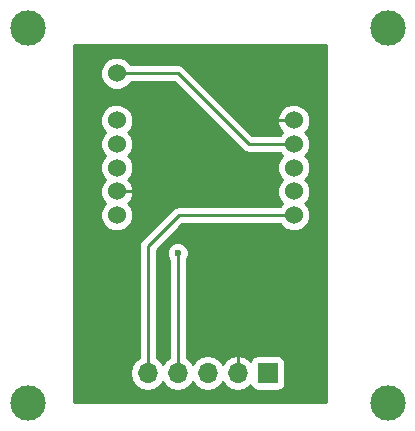
<source format=gbr>
G04 #@! TF.FileFunction,Copper,L1,Top,Signal*
%FSLAX46Y46*%
G04 Gerber Fmt 4.6, Leading zero omitted, Abs format (unit mm)*
G04 Created by KiCad (PCBNEW 4.0.6-e0-6349~53~ubuntu16.04.1) date Wed Mar  1 16:08:09 2017*
%MOMM*%
%LPD*%
G01*
G04 APERTURE LIST*
%ADD10C,0.100000*%
%ADD11C,1.524000*%
%ADD12C,3.000000*%
%ADD13R,1.700000X1.700000*%
%ADD14O,1.700000X1.700000*%
%ADD15C,0.600000*%
%ADD16C,0.250000*%
%ADD17C,0.254000*%
G04 APERTURE END LIST*
D10*
D11*
X202880000Y-117050000D03*
X202880000Y-119050000D03*
X202880000Y-121050000D03*
X202880000Y-123050000D03*
X202880000Y-125050000D03*
X187880000Y-117050000D03*
X187880000Y-119050000D03*
X187880000Y-121050000D03*
X187880000Y-123050000D03*
X187880000Y-125050000D03*
X187880000Y-113050000D03*
D12*
X180340000Y-109220000D03*
X210820000Y-109220000D03*
X180340000Y-140970000D03*
X210820000Y-140970000D03*
D13*
X200660000Y-138430000D03*
D14*
X198120000Y-138430000D03*
X195580000Y-138430000D03*
X193040000Y-138430000D03*
X190500000Y-138430000D03*
D15*
X193040000Y-128270000D03*
D16*
X187880000Y-113050000D02*
X193060000Y-113050000D01*
X199060000Y-119050000D02*
X202880000Y-119050000D01*
X193060000Y-113050000D02*
X199060000Y-119050000D01*
X187880000Y-123050000D02*
X189480000Y-123050000D01*
X202880000Y-117050000D02*
X201300000Y-117050000D01*
X201300000Y-117050000D02*
X201290000Y-117040000D01*
X198120000Y-138430000D02*
X198120000Y-136380000D01*
X198120000Y-136380000D02*
X198090000Y-136350000D01*
X193040000Y-138430000D02*
X193040000Y-128270000D01*
X193130000Y-125050000D02*
X202880000Y-125050000D01*
X190500000Y-127680000D02*
X193130000Y-125050000D01*
X190500000Y-138430000D02*
X190500000Y-127680000D01*
D17*
G36*
X205613000Y-140843000D02*
X184277000Y-140843000D01*
X184277000Y-117326661D01*
X186482758Y-117326661D01*
X186694990Y-117840303D01*
X186904342Y-118050021D01*
X186696371Y-118257630D01*
X186483243Y-118770900D01*
X186482758Y-119326661D01*
X186694990Y-119840303D01*
X186904342Y-120050021D01*
X186696371Y-120257630D01*
X186483243Y-120770900D01*
X186482758Y-121326661D01*
X186694990Y-121840303D01*
X186904342Y-122050021D01*
X186696371Y-122257630D01*
X186483243Y-122770900D01*
X186482758Y-123326661D01*
X186694990Y-123840303D01*
X186904342Y-124050021D01*
X186696371Y-124257630D01*
X186483243Y-124770900D01*
X186482758Y-125326661D01*
X186694990Y-125840303D01*
X187087630Y-126233629D01*
X187600900Y-126446757D01*
X188156661Y-126447242D01*
X188670303Y-126235010D01*
X189063629Y-125842370D01*
X189276757Y-125329100D01*
X189277242Y-124773339D01*
X189065010Y-124259697D01*
X188855658Y-124049979D01*
X189063629Y-123842370D01*
X189276757Y-123329100D01*
X189277242Y-122773339D01*
X189065010Y-122259697D01*
X188855658Y-122049979D01*
X189063629Y-121842370D01*
X189276757Y-121329100D01*
X189277242Y-120773339D01*
X189065010Y-120259697D01*
X188855658Y-120049979D01*
X189063629Y-119842370D01*
X189276757Y-119329100D01*
X189277242Y-118773339D01*
X189065010Y-118259697D01*
X188855658Y-118049979D01*
X189063629Y-117842370D01*
X189276757Y-117329100D01*
X189277242Y-116773339D01*
X189065010Y-116259697D01*
X188672370Y-115866371D01*
X188159100Y-115653243D01*
X187603339Y-115652758D01*
X187089697Y-115864990D01*
X186696371Y-116257630D01*
X186483243Y-116770900D01*
X186482758Y-117326661D01*
X184277000Y-117326661D01*
X184277000Y-113326661D01*
X186482758Y-113326661D01*
X186694990Y-113840303D01*
X187087630Y-114233629D01*
X187600900Y-114446757D01*
X188156661Y-114447242D01*
X188670303Y-114235010D01*
X189063629Y-113842370D01*
X189077070Y-113810000D01*
X192745198Y-113810000D01*
X198522599Y-119587401D01*
X198769160Y-119752148D01*
X199060000Y-119810000D01*
X201682469Y-119810000D01*
X201694990Y-119840303D01*
X201904342Y-120050021D01*
X201696371Y-120257630D01*
X201483243Y-120770900D01*
X201482758Y-121326661D01*
X201694990Y-121840303D01*
X201904342Y-122050021D01*
X201696371Y-122257630D01*
X201483243Y-122770900D01*
X201482758Y-123326661D01*
X201694990Y-123840303D01*
X201904342Y-124050021D01*
X201696371Y-124257630D01*
X201682930Y-124290000D01*
X193130000Y-124290000D01*
X192839161Y-124347852D01*
X192592599Y-124512599D01*
X189962599Y-127142599D01*
X189797852Y-127389161D01*
X189740000Y-127680000D01*
X189740000Y-137157046D01*
X189449946Y-137350853D01*
X189128039Y-137832622D01*
X189015000Y-138400907D01*
X189015000Y-138459093D01*
X189128039Y-139027378D01*
X189449946Y-139509147D01*
X189931715Y-139831054D01*
X190500000Y-139944093D01*
X191068285Y-139831054D01*
X191550054Y-139509147D01*
X191770000Y-139179974D01*
X191989946Y-139509147D01*
X192471715Y-139831054D01*
X193040000Y-139944093D01*
X193608285Y-139831054D01*
X194090054Y-139509147D01*
X194310000Y-139179974D01*
X194529946Y-139509147D01*
X195011715Y-139831054D01*
X195580000Y-139944093D01*
X196148285Y-139831054D01*
X196630054Y-139509147D01*
X196850000Y-139179974D01*
X197069946Y-139509147D01*
X197551715Y-139831054D01*
X198120000Y-139944093D01*
X198688285Y-139831054D01*
X199170054Y-139509147D01*
X199197850Y-139467548D01*
X199206838Y-139515317D01*
X199345910Y-139731441D01*
X199558110Y-139876431D01*
X199810000Y-139927440D01*
X201510000Y-139927440D01*
X201745317Y-139883162D01*
X201961441Y-139744090D01*
X202106431Y-139531890D01*
X202157440Y-139280000D01*
X202157440Y-137580000D01*
X202113162Y-137344683D01*
X201974090Y-137128559D01*
X201761890Y-136983569D01*
X201510000Y-136932560D01*
X199810000Y-136932560D01*
X199574683Y-136976838D01*
X199358559Y-137115910D01*
X199213569Y-137328110D01*
X199199914Y-137395541D01*
X199170054Y-137350853D01*
X198688285Y-137028946D01*
X198120000Y-136915907D01*
X197551715Y-137028946D01*
X197069946Y-137350853D01*
X196850000Y-137680026D01*
X196630054Y-137350853D01*
X196148285Y-137028946D01*
X195580000Y-136915907D01*
X195011715Y-137028946D01*
X194529946Y-137350853D01*
X194310000Y-137680026D01*
X194090054Y-137350853D01*
X193800000Y-137157046D01*
X193800000Y-128832463D01*
X193832192Y-128800327D01*
X193974838Y-128456799D01*
X193975162Y-128084833D01*
X193833117Y-127741057D01*
X193570327Y-127477808D01*
X193226799Y-127335162D01*
X192854833Y-127334838D01*
X192511057Y-127476883D01*
X192247808Y-127739673D01*
X192105162Y-128083201D01*
X192104838Y-128455167D01*
X192246883Y-128798943D01*
X192280000Y-128832118D01*
X192280000Y-137157046D01*
X191989946Y-137350853D01*
X191770000Y-137680026D01*
X191550054Y-137350853D01*
X191260000Y-137157046D01*
X191260000Y-127994802D01*
X193444802Y-125810000D01*
X201682469Y-125810000D01*
X201694990Y-125840303D01*
X202087630Y-126233629D01*
X202600900Y-126446757D01*
X203156661Y-126447242D01*
X203670303Y-126235010D01*
X204063629Y-125842370D01*
X204276757Y-125329100D01*
X204277242Y-124773339D01*
X204065010Y-124259697D01*
X203855658Y-124049979D01*
X204063629Y-123842370D01*
X204276757Y-123329100D01*
X204277242Y-122773339D01*
X204065010Y-122259697D01*
X203855658Y-122049979D01*
X204063629Y-121842370D01*
X204276757Y-121329100D01*
X204277242Y-120773339D01*
X204065010Y-120259697D01*
X203855658Y-120049979D01*
X204063629Y-119842370D01*
X204276757Y-119329100D01*
X204277242Y-118773339D01*
X204065010Y-118259697D01*
X203855658Y-118049979D01*
X204063629Y-117842370D01*
X204276757Y-117329100D01*
X204277242Y-116773339D01*
X204065010Y-116259697D01*
X203672370Y-115866371D01*
X203159100Y-115653243D01*
X202603339Y-115652758D01*
X202089697Y-115864990D01*
X201696371Y-116257630D01*
X201483243Y-116770900D01*
X201482758Y-117326661D01*
X201694990Y-117840303D01*
X201904342Y-118050021D01*
X201696371Y-118257630D01*
X201682930Y-118290000D01*
X199374802Y-118290000D01*
X193597401Y-112512599D01*
X193350839Y-112347852D01*
X193060000Y-112290000D01*
X189077531Y-112290000D01*
X189065010Y-112259697D01*
X188672370Y-111866371D01*
X188159100Y-111653243D01*
X187603339Y-111652758D01*
X187089697Y-111864990D01*
X186696371Y-112257630D01*
X186483243Y-112770900D01*
X186482758Y-113326661D01*
X184277000Y-113326661D01*
X184277000Y-110617000D01*
X205613000Y-110617000D01*
X205613000Y-140843000D01*
X205613000Y-140843000D01*
G37*
X205613000Y-140843000D02*
X184277000Y-140843000D01*
X184277000Y-117326661D01*
X186482758Y-117326661D01*
X186694990Y-117840303D01*
X186904342Y-118050021D01*
X186696371Y-118257630D01*
X186483243Y-118770900D01*
X186482758Y-119326661D01*
X186694990Y-119840303D01*
X186904342Y-120050021D01*
X186696371Y-120257630D01*
X186483243Y-120770900D01*
X186482758Y-121326661D01*
X186694990Y-121840303D01*
X186904342Y-122050021D01*
X186696371Y-122257630D01*
X186483243Y-122770900D01*
X186482758Y-123326661D01*
X186694990Y-123840303D01*
X186904342Y-124050021D01*
X186696371Y-124257630D01*
X186483243Y-124770900D01*
X186482758Y-125326661D01*
X186694990Y-125840303D01*
X187087630Y-126233629D01*
X187600900Y-126446757D01*
X188156661Y-126447242D01*
X188670303Y-126235010D01*
X189063629Y-125842370D01*
X189276757Y-125329100D01*
X189277242Y-124773339D01*
X189065010Y-124259697D01*
X188855658Y-124049979D01*
X189063629Y-123842370D01*
X189276757Y-123329100D01*
X189277242Y-122773339D01*
X189065010Y-122259697D01*
X188855658Y-122049979D01*
X189063629Y-121842370D01*
X189276757Y-121329100D01*
X189277242Y-120773339D01*
X189065010Y-120259697D01*
X188855658Y-120049979D01*
X189063629Y-119842370D01*
X189276757Y-119329100D01*
X189277242Y-118773339D01*
X189065010Y-118259697D01*
X188855658Y-118049979D01*
X189063629Y-117842370D01*
X189276757Y-117329100D01*
X189277242Y-116773339D01*
X189065010Y-116259697D01*
X188672370Y-115866371D01*
X188159100Y-115653243D01*
X187603339Y-115652758D01*
X187089697Y-115864990D01*
X186696371Y-116257630D01*
X186483243Y-116770900D01*
X186482758Y-117326661D01*
X184277000Y-117326661D01*
X184277000Y-113326661D01*
X186482758Y-113326661D01*
X186694990Y-113840303D01*
X187087630Y-114233629D01*
X187600900Y-114446757D01*
X188156661Y-114447242D01*
X188670303Y-114235010D01*
X189063629Y-113842370D01*
X189077070Y-113810000D01*
X192745198Y-113810000D01*
X198522599Y-119587401D01*
X198769160Y-119752148D01*
X199060000Y-119810000D01*
X201682469Y-119810000D01*
X201694990Y-119840303D01*
X201904342Y-120050021D01*
X201696371Y-120257630D01*
X201483243Y-120770900D01*
X201482758Y-121326661D01*
X201694990Y-121840303D01*
X201904342Y-122050021D01*
X201696371Y-122257630D01*
X201483243Y-122770900D01*
X201482758Y-123326661D01*
X201694990Y-123840303D01*
X201904342Y-124050021D01*
X201696371Y-124257630D01*
X201682930Y-124290000D01*
X193130000Y-124290000D01*
X192839161Y-124347852D01*
X192592599Y-124512599D01*
X189962599Y-127142599D01*
X189797852Y-127389161D01*
X189740000Y-127680000D01*
X189740000Y-137157046D01*
X189449946Y-137350853D01*
X189128039Y-137832622D01*
X189015000Y-138400907D01*
X189015000Y-138459093D01*
X189128039Y-139027378D01*
X189449946Y-139509147D01*
X189931715Y-139831054D01*
X190500000Y-139944093D01*
X191068285Y-139831054D01*
X191550054Y-139509147D01*
X191770000Y-139179974D01*
X191989946Y-139509147D01*
X192471715Y-139831054D01*
X193040000Y-139944093D01*
X193608285Y-139831054D01*
X194090054Y-139509147D01*
X194310000Y-139179974D01*
X194529946Y-139509147D01*
X195011715Y-139831054D01*
X195580000Y-139944093D01*
X196148285Y-139831054D01*
X196630054Y-139509147D01*
X196850000Y-139179974D01*
X197069946Y-139509147D01*
X197551715Y-139831054D01*
X198120000Y-139944093D01*
X198688285Y-139831054D01*
X199170054Y-139509147D01*
X199197850Y-139467548D01*
X199206838Y-139515317D01*
X199345910Y-139731441D01*
X199558110Y-139876431D01*
X199810000Y-139927440D01*
X201510000Y-139927440D01*
X201745317Y-139883162D01*
X201961441Y-139744090D01*
X202106431Y-139531890D01*
X202157440Y-139280000D01*
X202157440Y-137580000D01*
X202113162Y-137344683D01*
X201974090Y-137128559D01*
X201761890Y-136983569D01*
X201510000Y-136932560D01*
X199810000Y-136932560D01*
X199574683Y-136976838D01*
X199358559Y-137115910D01*
X199213569Y-137328110D01*
X199199914Y-137395541D01*
X199170054Y-137350853D01*
X198688285Y-137028946D01*
X198120000Y-136915907D01*
X197551715Y-137028946D01*
X197069946Y-137350853D01*
X196850000Y-137680026D01*
X196630054Y-137350853D01*
X196148285Y-137028946D01*
X195580000Y-136915907D01*
X195011715Y-137028946D01*
X194529946Y-137350853D01*
X194310000Y-137680026D01*
X194090054Y-137350853D01*
X193800000Y-137157046D01*
X193800000Y-128832463D01*
X193832192Y-128800327D01*
X193974838Y-128456799D01*
X193975162Y-128084833D01*
X193833117Y-127741057D01*
X193570327Y-127477808D01*
X193226799Y-127335162D01*
X192854833Y-127334838D01*
X192511057Y-127476883D01*
X192247808Y-127739673D01*
X192105162Y-128083201D01*
X192104838Y-128455167D01*
X192246883Y-128798943D01*
X192280000Y-128832118D01*
X192280000Y-137157046D01*
X191989946Y-137350853D01*
X191770000Y-137680026D01*
X191550054Y-137350853D01*
X191260000Y-137157046D01*
X191260000Y-127994802D01*
X193444802Y-125810000D01*
X201682469Y-125810000D01*
X201694990Y-125840303D01*
X202087630Y-126233629D01*
X202600900Y-126446757D01*
X203156661Y-126447242D01*
X203670303Y-126235010D01*
X204063629Y-125842370D01*
X204276757Y-125329100D01*
X204277242Y-124773339D01*
X204065010Y-124259697D01*
X203855658Y-124049979D01*
X204063629Y-123842370D01*
X204276757Y-123329100D01*
X204277242Y-122773339D01*
X204065010Y-122259697D01*
X203855658Y-122049979D01*
X204063629Y-121842370D01*
X204276757Y-121329100D01*
X204277242Y-120773339D01*
X204065010Y-120259697D01*
X203855658Y-120049979D01*
X204063629Y-119842370D01*
X204276757Y-119329100D01*
X204277242Y-118773339D01*
X204065010Y-118259697D01*
X203855658Y-118049979D01*
X204063629Y-117842370D01*
X204276757Y-117329100D01*
X204277242Y-116773339D01*
X204065010Y-116259697D01*
X203672370Y-115866371D01*
X203159100Y-115653243D01*
X202603339Y-115652758D01*
X202089697Y-115864990D01*
X201696371Y-116257630D01*
X201483243Y-116770900D01*
X201482758Y-117326661D01*
X201694990Y-117840303D01*
X201904342Y-118050021D01*
X201696371Y-118257630D01*
X201682930Y-118290000D01*
X199374802Y-118290000D01*
X193597401Y-112512599D01*
X193350839Y-112347852D01*
X193060000Y-112290000D01*
X189077531Y-112290000D01*
X189065010Y-112259697D01*
X188672370Y-111866371D01*
X188159100Y-111653243D01*
X187603339Y-111652758D01*
X187089697Y-111864990D01*
X186696371Y-112257630D01*
X186483243Y-112770900D01*
X186482758Y-113326661D01*
X184277000Y-113326661D01*
X184277000Y-110617000D01*
X205613000Y-110617000D01*
X205613000Y-140843000D01*
M02*

</source>
